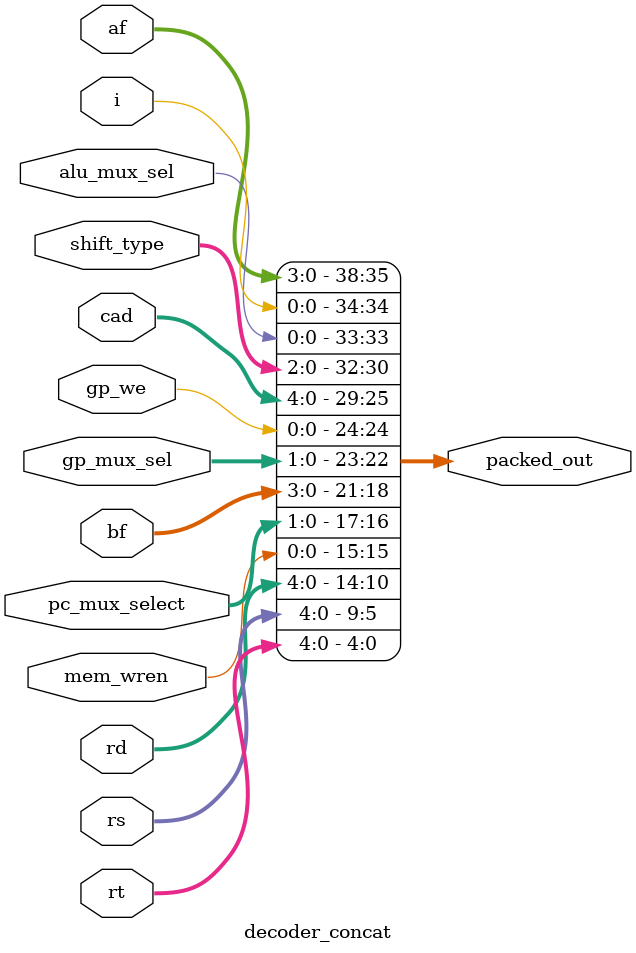
<source format=sv>
module decoder_concat (
    input wire [3:0] af,
    input wire i,
    input wire alu_mux_sel,
    input wire [2:0] shift_type,
    input wire [4:0] cad,
    input wire gp_we,
    input wire [1:0] gp_mux_sel,
    input wire [3:0] bf,
    input wire [1:0] pc_mux_select,
    input wire mem_wren,
    input wire [4:0] rd,
    input wire [4:0] rs,
    input wire [4:0] rt,
    output wire [38:0] packed_out
);
    assign packed_out = {af, i, alu_mux_sel, shift_type, cad, gp_we,
                         gp_mux_sel, bf, pc_mux_select, mem_wren,
                         rd, rs, rt};
endmodule
</source>
